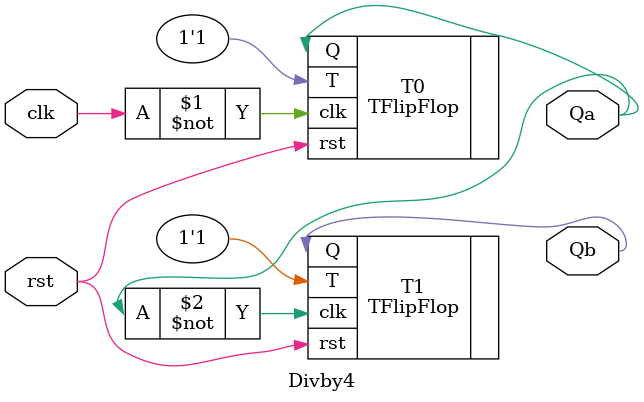
<source format=v>
`timescale 1ns / 1ps


module Divby4(output Qa, Qb, input clk, rst);

    //Logic
    TFlipFlop T0(.Q(Qa), .T(1'b1), .clk(~clk), .rst(rst));
    TFlipFlop T1(.Q(Qb), .T(1'b1), .clk(~Qa), .rst(rst));
    
endmodule

</source>
